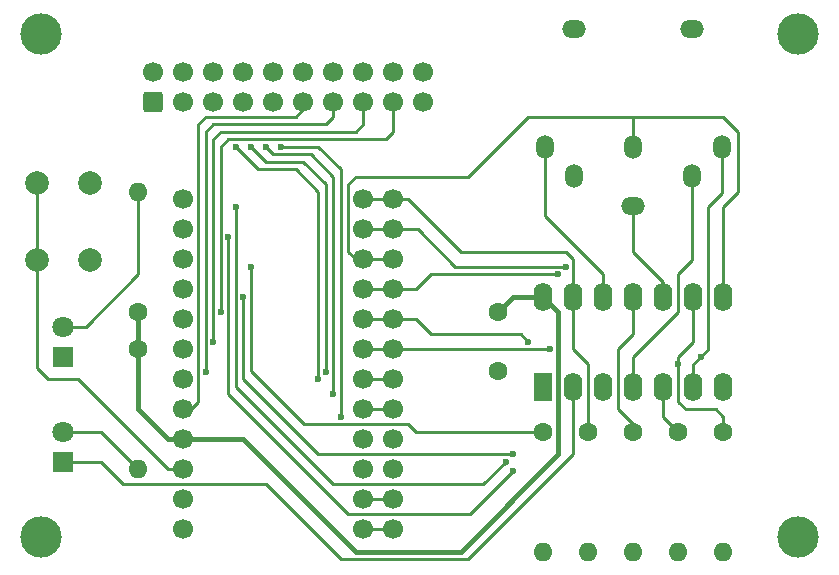
<source format=gtl>
G04 #@! TF.GenerationSoftware,KiCad,Pcbnew,(6.0.6)*
G04 #@! TF.CreationDate,2022-07-20T11:36:08+02:00*
G04 #@! TF.ProjectId,C64 XUM1541-II,43363420-5855-44d3-9135-34312d49492e,rev?*
G04 #@! TF.SameCoordinates,Original*
G04 #@! TF.FileFunction,Copper,L1,Top*
G04 #@! TF.FilePolarity,Positive*
%FSLAX46Y46*%
G04 Gerber Fmt 4.6, Leading zero omitted, Abs format (unit mm)*
G04 Created by KiCad (PCBNEW (6.0.6)) date 2022-07-20 11:36:08*
%MOMM*%
%LPD*%
G01*
G04 APERTURE LIST*
G04 Aperture macros list*
%AMRoundRect*
0 Rectangle with rounded corners*
0 $1 Rounding radius*
0 $2 $3 $4 $5 $6 $7 $8 $9 X,Y pos of 4 corners*
0 Add a 4 corners polygon primitive as box body*
4,1,4,$2,$3,$4,$5,$6,$7,$8,$9,$2,$3,0*
0 Add four circle primitives for the rounded corners*
1,1,$1+$1,$2,$3*
1,1,$1+$1,$4,$5*
1,1,$1+$1,$6,$7*
1,1,$1+$1,$8,$9*
0 Add four rect primitives between the rounded corners*
20,1,$1+$1,$2,$3,$4,$5,0*
20,1,$1+$1,$4,$5,$6,$7,0*
20,1,$1+$1,$6,$7,$8,$9,0*
20,1,$1+$1,$8,$9,$2,$3,0*%
G04 Aperture macros list end*
G04 #@! TA.AperFunction,ComponentPad*
%ADD10C,1.600000*%
G04 #@! TD*
G04 #@! TA.AperFunction,ComponentPad*
%ADD11O,1.600000X1.600000*%
G04 #@! TD*
G04 #@! TA.AperFunction,ComponentPad*
%ADD12C,1.700000*%
G04 #@! TD*
G04 #@! TA.AperFunction,ComponentPad*
%ADD13RoundRect,0.250000X0.600000X-0.600000X0.600000X0.600000X-0.600000X0.600000X-0.600000X-0.600000X0*%
G04 #@! TD*
G04 #@! TA.AperFunction,ComponentPad*
%ADD14O,2.000000X1.524000*%
G04 #@! TD*
G04 #@! TA.AperFunction,ComponentPad*
%ADD15O,1.524000X2.000000*%
G04 #@! TD*
G04 #@! TA.AperFunction,ComponentPad*
%ADD16C,3.500000*%
G04 #@! TD*
G04 #@! TA.AperFunction,ComponentPad*
%ADD17C,2.000000*%
G04 #@! TD*
G04 #@! TA.AperFunction,ComponentPad*
%ADD18R,1.600000X2.400000*%
G04 #@! TD*
G04 #@! TA.AperFunction,ComponentPad*
%ADD19O,1.600000X2.400000*%
G04 #@! TD*
G04 #@! TA.AperFunction,ComponentPad*
%ADD20R,1.800000X1.800000*%
G04 #@! TD*
G04 #@! TA.AperFunction,ComponentPad*
%ADD21C,1.800000*%
G04 #@! TD*
G04 #@! TA.AperFunction,ViaPad*
%ADD22C,0.600000*%
G04 #@! TD*
G04 #@! TA.AperFunction,Conductor*
%ADD23C,0.250000*%
G04 #@! TD*
G04 #@! TA.AperFunction,Conductor*
%ADD24C,0.381000*%
G04 #@! TD*
G04 APERTURE END LIST*
D10*
X111125000Y-84455000D03*
D11*
X111125000Y-94615000D03*
D12*
X112395000Y-60960000D03*
X114935000Y-60960000D03*
X117475000Y-60960000D03*
X120015000Y-60960000D03*
X122555000Y-60960000D03*
X125095000Y-60960000D03*
X127635000Y-60960000D03*
X130175000Y-60960000D03*
X132715000Y-60960000D03*
X135255000Y-63500000D03*
X130175000Y-63500000D03*
X125095000Y-63500000D03*
X120015000Y-63500000D03*
X114935000Y-63500000D03*
X135255000Y-60960000D03*
X132715000Y-63500000D03*
X127635000Y-63500000D03*
X122555000Y-63500000D03*
X117475000Y-63500000D03*
D13*
X112395000Y-63500000D03*
D14*
X153035000Y-72310000D03*
D15*
X153035000Y-67310000D03*
D14*
X148035000Y-57310000D03*
X158035000Y-57310000D03*
D15*
X145535000Y-67310000D03*
X160535000Y-67310000D03*
X148035000Y-69810000D03*
X158035000Y-69810000D03*
D12*
X130175000Y-71755000D03*
X130175000Y-74295000D03*
X130175000Y-76835000D03*
X130175000Y-79375000D03*
X130175000Y-81915000D03*
X130175000Y-84455000D03*
X130175000Y-86995000D03*
X130175000Y-89535000D03*
X130175000Y-92075000D03*
X130175000Y-94615000D03*
X130175000Y-97155000D03*
X130175000Y-99695000D03*
X132715000Y-97155000D03*
X132715000Y-94615000D03*
X132715000Y-92075000D03*
X132715000Y-89535000D03*
X132715000Y-86995000D03*
X132715000Y-84455000D03*
X132715000Y-81915000D03*
X132715000Y-79375000D03*
X132715000Y-76835000D03*
X132715000Y-74295000D03*
X132715000Y-71755000D03*
X114935000Y-71755000D03*
X114935000Y-74295000D03*
X114935000Y-76835000D03*
X114935000Y-79375000D03*
X114935000Y-81915000D03*
X114935000Y-84455000D03*
X114935000Y-86995000D03*
X114935000Y-89535000D03*
X114935000Y-92075000D03*
X114935000Y-94615000D03*
X114935000Y-97155000D03*
X114935000Y-99695000D03*
X132715000Y-99695000D03*
D10*
X141605000Y-81280000D03*
X141605000Y-86280000D03*
D16*
X102870000Y-100330000D03*
X167005000Y-100330000D03*
X167005000Y-57785000D03*
X102870000Y-57785000D03*
D10*
X111125000Y-81280000D03*
D11*
X111125000Y-71120000D03*
X156845000Y-101600000D03*
D10*
X156845000Y-91440000D03*
X145415000Y-91440000D03*
D11*
X145415000Y-101600000D03*
D10*
X160655000Y-91440000D03*
D11*
X160655000Y-101600000D03*
D10*
X153035000Y-91440000D03*
D11*
X153035000Y-101600000D03*
X149225000Y-101600000D03*
D10*
X149225000Y-91440000D03*
D17*
X107025000Y-76910000D03*
X102525000Y-76910000D03*
X107025000Y-70410000D03*
X102525000Y-70410000D03*
D18*
X145415000Y-87630000D03*
D19*
X160655000Y-80010000D03*
X147955000Y-87630000D03*
X158115000Y-80010000D03*
X150495000Y-87630000D03*
X155575000Y-80010000D03*
X153035000Y-87630000D03*
X153035000Y-80010000D03*
X155575000Y-87630000D03*
X150495000Y-80010000D03*
X158115000Y-87630000D03*
X147955000Y-80010000D03*
X160655000Y-87630000D03*
X145415000Y-80010000D03*
D20*
X104775000Y-85090000D03*
D21*
X104775000Y-82550000D03*
D20*
X104775000Y-93980000D03*
D21*
X104775000Y-91440000D03*
D22*
X147320000Y-77470000D03*
X156845000Y-85725000D03*
X146685000Y-78105000D03*
X144145000Y-83820000D03*
X158750000Y-85090000D03*
X145994500Y-84455000D03*
X120650000Y-67310000D03*
X127000000Y-86360000D03*
X119380000Y-67310000D03*
X126365000Y-86995000D03*
X121920000Y-67310000D03*
X127635000Y-88265000D03*
X123190000Y-67310000D03*
X128270000Y-90170000D03*
X119380000Y-72390000D03*
X142239996Y-93980000D03*
X118745000Y-74930000D03*
X142875000Y-94769481D03*
X120650000Y-77470000D03*
X120015000Y-80010000D03*
X142875000Y-93345000D03*
X118110000Y-81280000D03*
X117475000Y-83820000D03*
X116840000Y-86360000D03*
D23*
X107950000Y-91440000D02*
X111125000Y-94615000D01*
X104775000Y-91440000D02*
X107950000Y-91440000D01*
X130175000Y-71755000D02*
X132715000Y-71755000D01*
X133985000Y-71755000D02*
X132715000Y-71755000D01*
X138430000Y-76200000D02*
X133985000Y-71755000D01*
X147320000Y-76200000D02*
X138430000Y-76200000D01*
X147955000Y-76835000D02*
X147320000Y-76200000D01*
X147955000Y-80010000D02*
X147955000Y-76835000D01*
X147955000Y-84455000D02*
X147955000Y-80010000D01*
X149225000Y-85725000D02*
X147955000Y-84455000D01*
X149225000Y-91440000D02*
X149225000Y-85725000D01*
X130175000Y-74295000D02*
X132715000Y-74295000D01*
X160655000Y-90170000D02*
X160655000Y-91440000D01*
X160020000Y-89535000D02*
X160655000Y-90170000D01*
X157480000Y-89535000D02*
X160020000Y-89535000D01*
X156845000Y-88900000D02*
X157480000Y-89535000D01*
X158115000Y-83820000D02*
X156845000Y-85090000D01*
X158115000Y-80010000D02*
X158115000Y-83820000D01*
X134778750Y-74295000D02*
X132715000Y-74295000D01*
X137953750Y-77470000D02*
X134778750Y-74295000D01*
X147320000Y-77470000D02*
X137953750Y-77470000D01*
X156845000Y-85090000D02*
X156845000Y-85725000D01*
X156845000Y-85725000D02*
X156845000Y-88900000D01*
X153035000Y-67310000D02*
X153035000Y-65405000D01*
X132715000Y-76835000D02*
X130175000Y-76835000D01*
X153035000Y-65405000D02*
X153035000Y-64770000D01*
X160655000Y-72390000D02*
X160655000Y-80010000D01*
X161925000Y-71120000D02*
X160655000Y-72390000D01*
X160655000Y-64770000D02*
X161925000Y-66040000D01*
X161925000Y-66040000D02*
X161925000Y-71120000D01*
X153035000Y-64770000D02*
X160655000Y-64770000D01*
X129540000Y-76835000D02*
X130175000Y-76835000D01*
X128905000Y-70485000D02*
X128905000Y-76200000D01*
X129540000Y-69850000D02*
X128905000Y-70485000D01*
X139065000Y-69850000D02*
X129540000Y-69850000D01*
X128905000Y-76200000D02*
X129540000Y-76835000D01*
X144145000Y-64770000D02*
X139065000Y-69850000D01*
X153035000Y-64770000D02*
X144145000Y-64770000D01*
X130175000Y-79375000D02*
X132715000Y-79375000D01*
X135890000Y-78105000D02*
X146685000Y-78105000D01*
X134620000Y-79375000D02*
X135890000Y-78105000D01*
X132715000Y-79375000D02*
X134620000Y-79375000D01*
X153035000Y-76200000D02*
X153035000Y-72310000D01*
X155575000Y-78740000D02*
X153035000Y-76200000D01*
X155575000Y-80010000D02*
X155575000Y-78740000D01*
X132715000Y-81915000D02*
X130175000Y-81915000D01*
X160535000Y-71240000D02*
X160535000Y-67310000D01*
X159385000Y-84455000D02*
X159385000Y-72390000D01*
X159385000Y-72390000D02*
X160535000Y-71240000D01*
X158115000Y-87630000D02*
X158115000Y-85725000D01*
X143510000Y-83185000D02*
X144145000Y-83820000D01*
X135890000Y-83185000D02*
X143510000Y-83185000D01*
X134620000Y-81915000D02*
X135890000Y-83185000D01*
X132715000Y-81915000D02*
X134620000Y-81915000D01*
X158750000Y-85090000D02*
X159385000Y-84455000D01*
X158115000Y-85725000D02*
X158750000Y-85090000D01*
X145994500Y-84455000D02*
X135255000Y-84455000D01*
X135255000Y-84455000D02*
X132715000Y-84455000D01*
X132715000Y-84455000D02*
X130175000Y-84455000D01*
X145535000Y-67310000D02*
X145535000Y-73145000D01*
X145535000Y-73145000D02*
X150495000Y-78105000D01*
X150495000Y-80010000D02*
X150495000Y-78105000D01*
X132715000Y-86995000D02*
X130175000Y-86995000D01*
X120650000Y-67310000D02*
X121920000Y-68580000D01*
X121920000Y-68580000D02*
X125095000Y-68580000D01*
X125095000Y-68580000D02*
X127000000Y-70485000D01*
X127000000Y-70485000D02*
X127000000Y-86360000D01*
X132715000Y-89535000D02*
X130175000Y-89535000D01*
X126365000Y-74295000D02*
X126365000Y-86995000D01*
X121285000Y-69215000D02*
X124460000Y-69215000D01*
X119380000Y-67310000D02*
X121285000Y-69215000D01*
X126365000Y-71120000D02*
X126365000Y-74295000D01*
X124460000Y-69215000D02*
X126365000Y-71120000D01*
X132715000Y-97155000D02*
X130175000Y-97155000D01*
X122555000Y-67945000D02*
X125730000Y-67945000D01*
X121920000Y-67310000D02*
X122555000Y-67945000D01*
X125730000Y-67945000D02*
X127635000Y-69850000D01*
X127635000Y-69850000D02*
X127635000Y-88265000D01*
X130175000Y-99695000D02*
X132715000Y-99695000D01*
X128270000Y-69215000D02*
X128270000Y-90170000D01*
X126365000Y-67310000D02*
X128270000Y-69215000D01*
X123190000Y-67310000D02*
X126365000Y-67310000D01*
X153035000Y-91440000D02*
X153035000Y-90805000D01*
X153035000Y-90805000D02*
X151765000Y-89535000D01*
X151765000Y-89535000D02*
X151765000Y-84455000D01*
X151765000Y-84455000D02*
X153035000Y-83185000D01*
X153035000Y-83185000D02*
X153035000Y-80010000D01*
X127635000Y-95885000D02*
X140334996Y-95885000D01*
X119380000Y-87630000D02*
X127635000Y-95885000D01*
X119380000Y-72390000D02*
X119380000Y-87630000D01*
X140334996Y-95885000D02*
X142239996Y-93980000D01*
X155575000Y-90170000D02*
X156845000Y-91440000D01*
X155575000Y-87630000D02*
X155575000Y-90170000D01*
X118745000Y-74930000D02*
X118745000Y-88265000D01*
X118745000Y-88265000D02*
X128905000Y-98425000D01*
X128905000Y-98425000D02*
X139219481Y-98425000D01*
X139219481Y-98425000D02*
X142875000Y-94769481D01*
X125142499Y-90805000D02*
X120650000Y-86312501D01*
X120650000Y-86312501D02*
X120650000Y-77470000D01*
X133985000Y-90805000D02*
X125142499Y-90805000D01*
X134620000Y-91440000D02*
X133985000Y-90805000D01*
X145415000Y-91440000D02*
X134620000Y-91440000D01*
X153035000Y-85090000D02*
X153035000Y-87630000D01*
X156845000Y-81280000D02*
X153035000Y-85090000D01*
X156845000Y-78105000D02*
X156845000Y-81280000D01*
X158035000Y-76915000D02*
X156845000Y-78105000D01*
X158035000Y-69810000D02*
X158035000Y-76915000D01*
X120015000Y-86995000D02*
X120015000Y-80010000D01*
X126365000Y-93345000D02*
X120015000Y-86995000D01*
X136525000Y-93345000D02*
X126365000Y-93345000D01*
X136525000Y-93345000D02*
X142875000Y-93345000D01*
X118110000Y-71118590D02*
X118110000Y-81280000D01*
X118110000Y-67310000D02*
X118110000Y-71118590D01*
X118745000Y-66675000D02*
X118110000Y-67310000D01*
X132080000Y-66675000D02*
X118745000Y-66675000D01*
X132715000Y-66040000D02*
X132080000Y-66675000D01*
X132715000Y-63500000D02*
X132715000Y-66040000D01*
X130175000Y-65405000D02*
X130175000Y-63500000D01*
X129540000Y-66040000D02*
X130175000Y-65405000D01*
X118110000Y-66040000D02*
X129540000Y-66040000D01*
X117475000Y-66675000D02*
X118110000Y-66040000D01*
X117475000Y-83820000D02*
X117475000Y-66675000D01*
X116840000Y-86360000D02*
X116840000Y-70485000D01*
X127635000Y-63500000D02*
X127635000Y-64770000D01*
X127635000Y-64770000D02*
X127000000Y-65405000D01*
X127000000Y-65405000D02*
X117475000Y-65405000D01*
X116840000Y-66040000D02*
X116840000Y-70485000D01*
X117475000Y-65405000D02*
X116840000Y-66040000D01*
X125095000Y-64135000D02*
X125095000Y-63500000D01*
X124460000Y-64770000D02*
X125095000Y-64135000D01*
X116840000Y-64770000D02*
X124460000Y-64770000D01*
X116205000Y-65405000D02*
X116840000Y-64770000D01*
X116205000Y-88900000D02*
X116205000Y-65405000D01*
X115570000Y-89535000D02*
X116205000Y-88900000D01*
X114935000Y-89535000D02*
X115570000Y-89535000D01*
D24*
X142875000Y-80010000D02*
X141605000Y-81280000D01*
X143510000Y-80010000D02*
X142875000Y-80010000D01*
X145415000Y-80010000D02*
X143510000Y-80010000D01*
X111125000Y-88900000D02*
X111125000Y-83820000D01*
X113665000Y-92075000D02*
X111125000Y-89535000D01*
X111125000Y-89535000D02*
X111125000Y-88900000D01*
X114935000Y-92075000D02*
X113665000Y-92075000D01*
X116205000Y-92075000D02*
X114935000Y-92075000D01*
X120015000Y-92075000D02*
X116205000Y-92075000D01*
X129540000Y-101600000D02*
X120015000Y-92075000D01*
X146685000Y-93345000D02*
X138430000Y-101600000D01*
X138430000Y-101600000D02*
X129540000Y-101600000D01*
X146685000Y-81280000D02*
X146685000Y-93345000D01*
X145415000Y-80010000D02*
X146685000Y-81280000D01*
X111125000Y-84455000D02*
X111125000Y-81280000D01*
D23*
X102525000Y-70410000D02*
X102525000Y-76910000D01*
X113665000Y-94615000D02*
X114935000Y-94615000D01*
X106045000Y-86995000D02*
X113665000Y-94615000D01*
X103505000Y-86995000D02*
X106045000Y-86995000D01*
X102525000Y-86015000D02*
X103505000Y-86995000D01*
X102525000Y-76910000D02*
X102525000Y-86015000D01*
X111125000Y-73025000D02*
X111125000Y-71120000D01*
X111125000Y-78105000D02*
X111125000Y-73025000D01*
X106680000Y-82550000D02*
X111125000Y-78105000D01*
X104775000Y-82550000D02*
X106680000Y-82550000D01*
X147955000Y-93345000D02*
X147955000Y-87630000D01*
X128270000Y-102235000D02*
X139065000Y-102235000D01*
X109855000Y-95885000D02*
X121920000Y-95885000D01*
X139065000Y-102235000D02*
X147955000Y-93345000D01*
X107950000Y-93980000D02*
X109855000Y-95885000D01*
X121920000Y-95885000D02*
X128270000Y-102235000D01*
X104775000Y-93980000D02*
X107950000Y-93980000D01*
M02*

</source>
